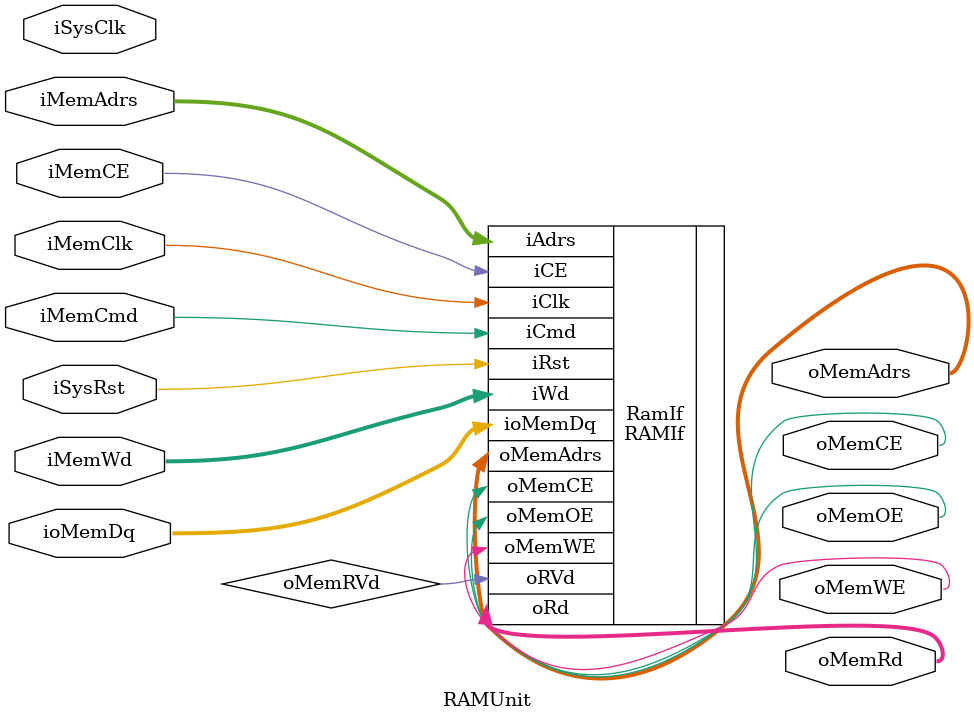
<source format=v>
module RAMUnit #(
	// variable parameter
	parameter		pRamFifoDepth	= 16,
	parameter		pRamAdrsWidth	= 19,
	parameter		pRamDqWidth		= 8
)(
	// External Port
	output 	[pRamAdrsWidth-1:0]	oMemAdrs,
	inout	[pRamDqWidth-1:0]	ioMemDq,
	output 						oMemOE,			// Output Enable
	output 						oMemWE,			// Write Enable
	output 						oMemCE,			// Chip Select
	//
	input	[pRamAdrsWidth-1:0]	iMemAdrs,
	input	[pRamDqWidth-1:0]	iMemWd,
	input						iMemCE,
	input						iMemCmd,
	output 	[pRamDqWidth-1:0]	oMemRd,
    // Internal Port
    input						iSysRst,
    input						iSysClk,
    input						iMemClk
);




//-----------------------------------------------------------------------------
// RAM I/F
//-----------------------------------------------------------------------------
RAMIf #(
	.pRamAdrsWidth	(pRamAdrsWidth),
	.pRamDqWidth	(pRamDqWidth)
) RamIf (
	.oMemAdrs		(oMemAdrs),
	.ioMemDq		(ioMemDq),
	.oMemOE			(oMemOE),
	.oMemWE			(oMemWE),
	.oMemCE			(oMemCE),
	//
	.iAdrs			(iMemAdrs),
	.iWd			(iMemWd),
	.oRd			(oMemRd),
	.oRVd			(oMemRVd),
	.iCE			(iMemCE),
	.iCmd			(iMemCmd),
	//
	.iRst			(iSysRst),
	.iClk			(iMemClk)
);


endmodule
</source>
